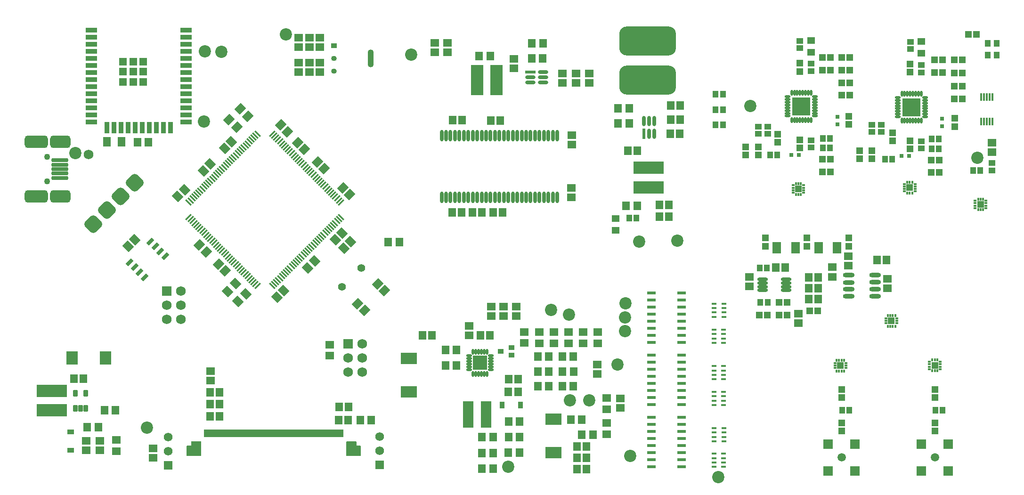
<source format=gts>
G04*
G04 #@! TF.GenerationSoftware,Altium Limited,Altium Designer,19.1.9 (167)*
G04*
G04 Layer_Color=8388736*
%FSLAX42Y42*%
%MOMM*%
G71*
G01*
G75*
G04:AMPARAMS|DCode=29|XSize=1.85mm|YSize=0.61mm|CornerRadius=0.31mm|HoleSize=0mm|Usage=FLASHONLY|Rotation=0.000|XOffset=0mm|YOffset=0mm|HoleType=Round|Shape=RoundedRectangle|*
%AMROUNDEDRECTD29*
21,1,1.85,0.00,0,0,0.0*
21,1,1.24,0.61,0,0,0.0*
1,1,0.61,0.62,0.00*
1,1,0.61,-0.62,0.00*
1,1,0.61,-0.62,0.00*
1,1,0.61,0.62,0.00*
%
%ADD29ROUNDEDRECTD29*%
%ADD30R,1.85X0.61*%
%ADD31R,0.91X1.22*%
%ADD34R,3.00X2.00*%
G04:AMPARAMS|DCode=40|XSize=1.85mm|YSize=0.61mm|CornerRadius=0.31mm|HoleSize=0mm|Usage=FLASHONLY|Rotation=90.000|XOffset=0mm|YOffset=0mm|HoleType=Round|Shape=RoundedRectangle|*
%AMROUNDEDRECTD40*
21,1,1.85,0.00,0,0,90.0*
21,1,1.24,0.61,0,0,90.0*
1,1,0.61,0.00,0.62*
1,1,0.61,0.00,-0.62*
1,1,0.61,0.00,-0.62*
1,1,0.61,0.00,0.62*
%
%ADD40ROUNDEDRECTD40*%
%ADD41R,0.61X1.85*%
%ADD44R,1.22X0.91*%
%ADD47R,1.99X2.33*%
G04:AMPARAMS|DCode=49|XSize=1mm|YSize=3.18mm|CornerRadius=0.44mm|HoleSize=0mm|Usage=FLASHONLY|Rotation=0.000|XOffset=0mm|YOffset=0mm|HoleType=Round|Shape=RoundedRectangle|*
%AMROUNDEDRECTD49*
21,1,1.00,2.31,0,0,0.0*
21,1,0.13,3.18,0,0,0.0*
1,1,0.87,0.07,-1.15*
1,1,0.87,-0.07,-1.15*
1,1,0.87,-0.07,1.15*
1,1,0.87,0.07,1.15*
%
%ADD49ROUNDEDRECTD49*%
G04:AMPARAMS|DCode=50|XSize=1mm|YSize=0.87mm|CornerRadius=0.44mm|HoleSize=0mm|Usage=FLASHONLY|Rotation=0.000|XOffset=0mm|YOffset=0mm|HoleType=Round|Shape=RoundedRectangle|*
%AMROUNDEDRECTD50*
21,1,1.00,0.00,0,0,0.0*
21,1,0.13,0.87,0,0,0.0*
1,1,0.87,0.07,0.00*
1,1,0.87,-0.07,0.00*
1,1,0.87,-0.07,0.00*
1,1,0.87,0.07,0.00*
%
%ADD50ROUNDEDRECTD50*%
%ADD51R,1.00X0.87*%
%ADD52R,0.90X0.45*%
G04:AMPARAMS|DCode=57|XSize=1.4mm|YSize=0.6mm|CornerRadius=0mm|HoleSize=0mm|Usage=FLASHONLY|Rotation=45.000|XOffset=0mm|YOffset=0mm|HoleType=Round|Shape=Rectangle|*
%AMROTATEDRECTD57*
4,1,4,-0.28,-0.71,-0.71,-0.28,0.28,0.71,0.71,0.28,-0.28,-0.71,0.0*
%
%ADD57ROTATEDRECTD57*%

%ADD58R,1.33X1.33*%
%ADD59R,0.90X2.00*%
%ADD60R,2.00X0.90*%
G04:AMPARAMS|DCode=61|XSize=0.35mm|YSize=1.35mm|CornerRadius=0mm|HoleSize=0mm|Usage=FLASHONLY|Rotation=135.000|XOffset=0mm|YOffset=0mm|HoleType=Round|Shape=Rectangle|*
%AMROTATEDRECTD61*
4,1,4,0.60,0.35,-0.35,-0.60,-0.60,-0.35,0.35,0.60,0.60,0.35,0.0*
%
%ADD61ROTATEDRECTD61*%

G04:AMPARAMS|DCode=62|XSize=1.35mm|YSize=0.35mm|CornerRadius=0mm|HoleSize=0mm|Usage=FLASHONLY|Rotation=135.000|XOffset=0mm|YOffset=0mm|HoleType=Round|Shape=Rectangle|*
%AMROTATEDRECTD62*
4,1,4,0.60,-0.35,0.35,-0.60,-0.60,0.35,-0.35,0.60,0.60,-0.35,0.0*
%
%ADD62ROTATEDRECTD62*%

%ADD63R,1.40X1.80*%
%ADD67R,1.78X1.78*%
%ADD68C,1.52*%
%ADD70R,0.65X0.70*%
%ADD76R,0.70X0.65*%
%ADD77R,1.10X1.30*%
%ADD78R,0.30X1.40*%
%ADD81R,1.20X1.20*%
%ADD82R,0.34X0.54*%
%ADD83R,0.54X0.34*%
%ADD84R,1.20X1.20*%
%ADD85O,2.10X0.80*%
G04:AMPARAMS|DCode=86|XSize=10.2mm|YSize=5.2mm|CornerRadius=1.35mm|HoleSize=0mm|Usage=FLASHONLY|Rotation=180.000|XOffset=0mm|YOffset=0mm|HoleType=Round|Shape=RoundedRectangle|*
%AMROUNDEDRECTD86*
21,1,10.20,2.50,0,0,180.0*
21,1,7.50,5.20,0,0,180.0*
1,1,2.70,-3.75,1.25*
1,1,2.70,3.75,1.25*
1,1,2.70,3.75,-1.25*
1,1,2.70,-3.75,-1.25*
%
%ADD86ROUNDEDRECTD86*%
G04:AMPARAMS|DCode=87|XSize=2.7mm|YSize=2.7mm|CornerRadius=0.73mm|HoleSize=0mm|Usage=FLASHONLY|Rotation=135.000|XOffset=0mm|YOffset=0mm|HoleType=Round|Shape=RoundedRectangle|*
%AMROUNDEDRECTD87*
21,1,2.70,1.25,0,0,135.0*
21,1,1.25,2.70,0,0,135.0*
1,1,1.45,0.00,0.88*
1,1,1.45,0.88,0.00*
1,1,1.45,0.00,-0.88*
1,1,1.45,-0.88,0.00*
%
%ADD87ROUNDEDRECTD87*%
%ADD88O,0.65X2.10*%
G04:AMPARAMS|DCode=89|XSize=1.6mm|YSize=1.4mm|CornerRadius=0mm|HoleSize=0mm|Usage=FLASHONLY|Rotation=45.000|XOffset=0mm|YOffset=0mm|HoleType=Round|Shape=Rectangle|*
%AMROTATEDRECTD89*
4,1,4,-0.07,-1.06,-1.06,-0.07,0.07,1.06,1.06,0.07,-0.07,-1.06,0.0*
%
%ADD89ROTATEDRECTD89*%

G04:AMPARAMS|DCode=90|XSize=1.6mm|YSize=1.4mm|CornerRadius=0mm|HoleSize=0mm|Usage=FLASHONLY|Rotation=315.000|XOffset=0mm|YOffset=0mm|HoleType=Round|Shape=Rectangle|*
%AMROTATEDRECTD90*
4,1,4,-1.06,0.07,-0.07,1.06,1.06,-0.07,0.07,-1.06,-1.06,0.07,0.0*
%
%ADD90ROTATEDRECTD90*%

%ADD91R,1.40X1.60*%
%ADD92R,1.60X1.40*%
%ADD93R,2.20X5.50*%
%ADD94R,1.40X1.65*%
%ADD95R,1.95X4.70*%
%ADD96O,1.05X0.48*%
%ADD97O,0.48X1.05*%
%ADD98R,2.65X2.65*%
%ADD99C,2.20*%
%ADD100R,5.50X2.20*%
%ADD101R,1.40X1.30*%
%ADD102R,1.10X1.20*%
%ADD103R,1.65X1.40*%
G04:AMPARAMS|DCode=104|XSize=0.8mm|YSize=1.2mm|CornerRadius=0.15mm|HoleSize=0mm|Usage=FLASHONLY|Rotation=180.000|XOffset=0mm|YOffset=0mm|HoleType=Round|Shape=RoundedRectangle|*
%AMROUNDEDRECTD104*
21,1,0.80,0.90,0,0,180.0*
21,1,0.50,1.20,0,0,180.0*
1,1,0.31,-0.25,0.45*
1,1,0.31,0.25,0.45*
1,1,0.31,0.25,-0.45*
1,1,0.31,-0.25,-0.45*
%
%ADD104ROUNDEDRECTD104*%
%ADD105R,1.10X0.90*%
%ADD106R,1.55X0.60*%
G04:AMPARAMS|DCode=107|XSize=3.7mm|YSize=2.25mm|CornerRadius=0.61mm|HoleSize=0mm|Usage=FLASHONLY|Rotation=180.000|XOffset=0mm|YOffset=0mm|HoleType=Round|Shape=RoundedRectangle|*
%AMROUNDEDRECTD107*
21,1,3.70,1.02,0,0,180.0*
21,1,2.48,2.25,0,0,180.0*
1,1,1.23,-1.24,0.51*
1,1,1.23,1.24,0.51*
1,1,1.23,1.24,-0.51*
1,1,1.23,-1.24,-0.51*
%
%ADD107ROUNDEDRECTD107*%
G04:AMPARAMS|DCode=108|XSize=4.2mm|YSize=2.25mm|CornerRadius=0.61mm|HoleSize=0mm|Usage=FLASHONLY|Rotation=180.000|XOffset=0mm|YOffset=0mm|HoleType=Round|Shape=RoundedRectangle|*
%AMROUNDEDRECTD108*
21,1,4.20,1.02,0,0,180.0*
21,1,2.98,2.25,0,0,180.0*
1,1,1.23,-1.49,0.51*
1,1,1.23,1.49,0.51*
1,1,1.23,1.49,-0.51*
1,1,1.23,-1.49,-0.51*
%
%ADD108ROUNDEDRECTD108*%
G04:AMPARAMS|DCode=109|XSize=3.7mm|YSize=2.25mm|CornerRadius=0.61mm|HoleSize=0mm|Usage=FLASHONLY|Rotation=180.000|XOffset=0mm|YOffset=0mm|HoleType=Round|Shape=RoundedRectangle|*
%AMROUNDEDRECTD109*
21,1,3.70,1.03,0,0,180.0*
21,1,2.48,2.25,0,0,180.0*
1,1,1.23,-1.24,0.51*
1,1,1.23,1.24,0.51*
1,1,1.23,1.24,-0.51*
1,1,1.23,-1.24,-0.51*
%
%ADD109ROUNDEDRECTD109*%
G04:AMPARAMS|DCode=110|XSize=3mm|YSize=0.7mm|CornerRadius=0.23mm|HoleSize=0mm|Usage=FLASHONLY|Rotation=180.000|XOffset=0mm|YOffset=0mm|HoleType=Round|Shape=RoundedRectangle|*
%AMROUNDEDRECTD110*
21,1,3.00,0.25,0,0,180.0*
21,1,2.55,0.70,0,0,180.0*
1,1,0.45,-1.27,0.13*
1,1,0.45,1.27,0.13*
1,1,0.45,1.27,-0.13*
1,1,0.45,-1.27,-0.13*
%
%ADD110ROUNDEDRECTD110*%
G04:AMPARAMS|DCode=111|XSize=1.65mm|YSize=1.4mm|CornerRadius=0mm|HoleSize=0mm|Usage=FLASHONLY|Rotation=225.000|XOffset=0mm|YOffset=0mm|HoleType=Round|Shape=Rectangle|*
%AMROTATEDRECTD111*
4,1,4,0.09,1.08,1.08,0.09,-0.09,-1.08,-1.08,-0.09,0.09,1.08,0.0*
%
%ADD111ROTATEDRECTD111*%

G04:AMPARAMS|DCode=112|XSize=1.65mm|YSize=1.4mm|CornerRadius=0mm|HoleSize=0mm|Usage=FLASHONLY|Rotation=315.000|XOffset=0mm|YOffset=0mm|HoleType=Round|Shape=Rectangle|*
%AMROTATEDRECTD112*
4,1,4,-1.08,0.09,-0.09,1.08,1.08,-0.09,0.09,-1.08,-1.08,0.09,0.0*
%
%ADD112ROTATEDRECTD112*%

%ADD113R,0.50X1.40*%
%ADD114R,1.25X1.15*%
%ADD115R,3.30X3.30*%
%ADD116O,0.45X1.10*%
%ADD117O,1.10X0.45*%
%ADD118R,1.20X1.10*%
%ADD119R,1.15X1.25*%
%ADD120O,1.90X0.65*%
%ADD121R,1.55X2.00*%
%ADD122C,1.73*%
%ADD123C,1.10*%
%ADD124R,1.75X1.75*%
%ADD125C,1.75*%
%ADD126C,1.40*%
%ADD127C,1.57*%
%ADD128R,1.57X1.57*%
G36*
X9079Y6138D02*
X9080Y6137D01*
X9081Y6137D01*
X9083Y6136D01*
X9084Y6136D01*
X9085Y6135D01*
X9086Y6134D01*
X9086Y6133D01*
X9087Y6131D01*
X9087Y6130D01*
X9088Y6129D01*
X9088Y6128D01*
Y5888D01*
X9088Y5886D01*
X9087Y5885D01*
X9087Y5884D01*
X9086Y5882D01*
X9086Y5881D01*
X9085Y5880D01*
X9084Y5879D01*
X9083Y5879D01*
X9081Y5878D01*
X9080Y5878D01*
X9079Y5877D01*
X9078Y5877D01*
X8838D01*
X8836Y5877D01*
X8835Y5878D01*
X8834Y5878D01*
X8832Y5879D01*
X8831Y5879D01*
X8830Y5880D01*
X8829Y5881D01*
X8829Y5882D01*
X8828Y5884D01*
X8828Y5885D01*
X8827Y5886D01*
X8827Y5888D01*
Y6047D01*
X8827Y6049D01*
X8828Y6050D01*
X8828Y6051D01*
X8829Y6053D01*
X8829Y6054D01*
X8830Y6055D01*
X8831Y6056D01*
X8832Y6056D01*
X8834Y6057D01*
X8835Y6057D01*
X8836Y6058D01*
X8838Y6058D01*
X8907D01*
Y6128D01*
X8907Y6129D01*
X8908Y6130D01*
X8908Y6131D01*
X8909Y6133D01*
X8909Y6134D01*
X8910Y6135D01*
X8911Y6136D01*
X8912Y6136D01*
X8914Y6137D01*
X8915Y6137D01*
X8916Y6138D01*
X8918Y6138D01*
X9078D01*
X9079Y6138D01*
D02*
G37*
G36*
X11869Y6138D02*
X11870Y6137D01*
X11871Y6137D01*
X11873Y6136D01*
X11874Y6136D01*
X11875Y6135D01*
X11876Y6134D01*
X11876Y6133D01*
X11877Y6131D01*
X11877Y6130D01*
X11878Y6129D01*
X11878Y6128D01*
Y6058D01*
X11947D01*
X11949Y6058D01*
X11950Y6057D01*
X11951Y6057D01*
X11953Y6056D01*
X11954Y6056D01*
X11955Y6055D01*
X11956Y6054D01*
X11956Y6053D01*
X11957Y6051D01*
X11957Y6050D01*
X11958Y6049D01*
X11958Y6047D01*
Y5888D01*
X11958Y5886D01*
X11957Y5885D01*
X11957Y5884D01*
X11956Y5882D01*
X11956Y5881D01*
X11955Y5880D01*
X11954Y5879D01*
X11953Y5879D01*
X11951Y5878D01*
X11950Y5878D01*
X11949Y5877D01*
X11947Y5877D01*
X11707D01*
X11706Y5877D01*
X11705Y5878D01*
X11704Y5878D01*
X11702Y5879D01*
X11701Y5879D01*
X11700Y5880D01*
X11699Y5881D01*
X11699Y5882D01*
X11698Y5884D01*
X11698Y5885D01*
X11697Y5886D01*
X11697Y5888D01*
Y6128D01*
X11697Y6129D01*
X11698Y6130D01*
X11698Y6131D01*
X11699Y6133D01*
X11699Y6134D01*
X11700Y6135D01*
X11701Y6136D01*
X11702Y6136D01*
X11704Y6137D01*
X11705Y6137D01*
X11706Y6138D01*
X11707Y6138D01*
X11868D01*
X11869Y6138D01*
D02*
G37*
D29*
X15233Y12778D02*
D03*
Y12682D02*
D03*
Y12588D02*
D03*
X15002D02*
D03*
Y12682D02*
D03*
D30*
Y12778D02*
D03*
D31*
X14501Y6793D02*
D03*
X14829D02*
D03*
D34*
X15423Y6532D02*
D03*
Y5933D02*
D03*
X12818Y7025D02*
D03*
Y7625D02*
D03*
D40*
X17045Y11895D02*
D03*
X17140D02*
D03*
X17235D02*
D03*
Y11665D02*
D03*
X17140D02*
D03*
D41*
X17045D02*
D03*
D44*
X6740Y6304D02*
D03*
Y5976D02*
D03*
D47*
X6769Y7638D02*
D03*
X7371D02*
D03*
D49*
X12134Y13025D02*
D03*
D50*
X11475Y12796D02*
D03*
Y13025D02*
D03*
D51*
Y13254D02*
D03*
D52*
X18477Y8147D02*
D03*
Y8067D02*
D03*
Y7987D02*
D03*
Y7907D02*
D03*
X18307D02*
D03*
Y7987D02*
D03*
Y8067D02*
D03*
Y8147D02*
D03*
X18482Y8614D02*
D03*
Y8535D02*
D03*
Y8454D02*
D03*
Y8375D02*
D03*
X18312D02*
D03*
Y8454D02*
D03*
Y8535D02*
D03*
Y8614D02*
D03*
X18475Y7027D02*
D03*
Y6947D02*
D03*
Y6867D02*
D03*
Y6787D02*
D03*
X18305D02*
D03*
Y6867D02*
D03*
Y6947D02*
D03*
Y7027D02*
D03*
X18475Y7492D02*
D03*
Y7412D02*
D03*
Y7332D02*
D03*
Y7252D02*
D03*
X18305D02*
D03*
Y7332D02*
D03*
Y7412D02*
D03*
Y7492D02*
D03*
X18480Y5917D02*
D03*
Y5837D02*
D03*
Y5757D02*
D03*
Y5677D02*
D03*
X18310D02*
D03*
Y5757D02*
D03*
Y5837D02*
D03*
Y5917D02*
D03*
X18482Y6377D02*
D03*
Y6297D02*
D03*
Y6217D02*
D03*
Y6137D02*
D03*
X18312D02*
D03*
Y6217D02*
D03*
Y6297D02*
D03*
Y6377D02*
D03*
D57*
X8175Y9732D02*
D03*
X8265Y9642D02*
D03*
X8355Y9552D02*
D03*
X8445Y9463D02*
D03*
X8070Y9088D02*
D03*
X7980Y9178D02*
D03*
X7890Y9268D02*
D03*
X7800Y9357D02*
D03*
D58*
X8050Y12597D02*
D03*
X7867D02*
D03*
X7683D02*
D03*
X8050Y12781D02*
D03*
X7867D02*
D03*
X7683D02*
D03*
X8050Y12965D02*
D03*
X7867D02*
D03*
X7683D02*
D03*
D59*
X8538Y11780D02*
D03*
X8411D02*
D03*
X8284D02*
D03*
X8157D02*
D03*
X8030D02*
D03*
X7903D02*
D03*
X7776D02*
D03*
X7649D02*
D03*
X7522D02*
D03*
X7395D02*
D03*
D60*
X8817Y13531D02*
D03*
Y13404D02*
D03*
Y13277D02*
D03*
Y13150D02*
D03*
Y13023D02*
D03*
Y12896D02*
D03*
Y12769D02*
D03*
Y12642D02*
D03*
Y12515D02*
D03*
Y12388D02*
D03*
Y12261D02*
D03*
Y12134D02*
D03*
Y12007D02*
D03*
Y11880D02*
D03*
X7117D02*
D03*
Y12007D02*
D03*
Y12134D02*
D03*
Y12261D02*
D03*
Y12388D02*
D03*
Y12515D02*
D03*
Y12642D02*
D03*
Y12769D02*
D03*
Y12896D02*
D03*
Y13023D02*
D03*
Y13150D02*
D03*
Y13277D02*
D03*
Y13404D02*
D03*
Y13531D02*
D03*
D61*
X10100Y8930D02*
D03*
X10065Y8965D02*
D03*
X10029Y9001D02*
D03*
X9994Y9036D02*
D03*
X9958Y9071D02*
D03*
X9923Y9107D02*
D03*
X9888Y9142D02*
D03*
X9852Y9177D02*
D03*
X9817Y9213D02*
D03*
X9782Y9248D02*
D03*
X9746Y9284D02*
D03*
X9711Y9319D02*
D03*
X9676Y9354D02*
D03*
X9640Y9390D02*
D03*
X9605Y9425D02*
D03*
X9570Y9460D02*
D03*
X9534Y9496D02*
D03*
X9499Y9531D02*
D03*
X9464Y9566D02*
D03*
X9428Y9602D02*
D03*
X9393Y9637D02*
D03*
X9357Y9672D02*
D03*
X9322Y9708D02*
D03*
X9287Y9743D02*
D03*
X9251Y9779D02*
D03*
X9216Y9814D02*
D03*
X9181Y9849D02*
D03*
X9145Y9885D02*
D03*
X9110Y9920D02*
D03*
X9075Y9955D02*
D03*
X9039Y9991D02*
D03*
X9004Y10026D02*
D03*
X8969Y10061D02*
D03*
X8933Y10097D02*
D03*
X8898Y10132D02*
D03*
X8862Y10167D02*
D03*
X10365Y11670D02*
D03*
X10400Y11635D02*
D03*
X10436Y11599D02*
D03*
X10471Y11564D02*
D03*
X10507Y11529D02*
D03*
X10542Y11493D02*
D03*
X10577Y11458D02*
D03*
X10613Y11423D02*
D03*
X10648Y11387D02*
D03*
X10683Y11352D02*
D03*
X10719Y11316D02*
D03*
X10754Y11281D02*
D03*
X10789Y11246D02*
D03*
X10825Y11210D02*
D03*
X10860Y11175D02*
D03*
X10895Y11140D02*
D03*
X10931Y11104D02*
D03*
X10966Y11069D02*
D03*
X11001Y11034D02*
D03*
X11037Y10998D02*
D03*
X11072Y10963D02*
D03*
X11108Y10928D02*
D03*
X11143Y10892D02*
D03*
X11178Y10857D02*
D03*
X11214Y10821D02*
D03*
X11249Y10786D02*
D03*
X11284Y10751D02*
D03*
X11320Y10715D02*
D03*
X11355Y10680D02*
D03*
X11390Y10645D02*
D03*
X11426Y10609D02*
D03*
X11461Y10574D02*
D03*
X11496Y10539D02*
D03*
X11532Y10503D02*
D03*
X11567Y10468D02*
D03*
X11603Y10433D02*
D03*
D62*
X8862D02*
D03*
X8898Y10468D02*
D03*
X8933Y10503D02*
D03*
X8969Y10539D02*
D03*
X9004Y10574D02*
D03*
X9039Y10609D02*
D03*
X9075Y10645D02*
D03*
X9110Y10680D02*
D03*
X9145Y10715D02*
D03*
X9181Y10751D02*
D03*
X9216Y10786D02*
D03*
X9251Y10821D02*
D03*
X9287Y10857D02*
D03*
X9322Y10892D02*
D03*
X9357Y10928D02*
D03*
X9393Y10963D02*
D03*
X9428Y10998D02*
D03*
X9464Y11034D02*
D03*
X9499Y11069D02*
D03*
X9534Y11104D02*
D03*
X9570Y11140D02*
D03*
X9605Y11175D02*
D03*
X9640Y11210D02*
D03*
X9676Y11246D02*
D03*
X9711Y11281D02*
D03*
X9746Y11316D02*
D03*
X9782Y11352D02*
D03*
X9817Y11387D02*
D03*
X9852Y11423D02*
D03*
X9888Y11458D02*
D03*
X9923Y11493D02*
D03*
X9958Y11529D02*
D03*
X9994Y11564D02*
D03*
X10029Y11599D02*
D03*
X10065Y11635D02*
D03*
X10100Y11670D02*
D03*
X11603Y10167D02*
D03*
X11567Y10132D02*
D03*
X11532Y10097D02*
D03*
X11496Y10061D02*
D03*
X11461Y10026D02*
D03*
X11426Y9991D02*
D03*
X11390Y9955D02*
D03*
X11355Y9920D02*
D03*
X11320Y9885D02*
D03*
X11284Y9849D02*
D03*
X11249Y9814D02*
D03*
X11214Y9779D02*
D03*
X11178Y9743D02*
D03*
X11143Y9708D02*
D03*
X11108Y9672D02*
D03*
X11072Y9637D02*
D03*
X11037Y9602D02*
D03*
X11001Y9566D02*
D03*
X10966Y9531D02*
D03*
X10931Y9496D02*
D03*
X10895Y9460D02*
D03*
X10860Y9425D02*
D03*
X10825Y9390D02*
D03*
X10789Y9354D02*
D03*
X10754Y9319D02*
D03*
X10719Y9284D02*
D03*
X10683Y9248D02*
D03*
X10648Y9213D02*
D03*
X10613Y9177D02*
D03*
X10577Y9142D02*
D03*
X10542Y9107D02*
D03*
X10507Y9071D02*
D03*
X10471Y9036D02*
D03*
X10436Y9001D02*
D03*
X10400Y8965D02*
D03*
X10365Y8930D02*
D03*
D63*
X7653Y11525D02*
D03*
X7393D02*
D03*
D67*
X22516Y5609D02*
D03*
X22034D02*
D03*
X22516Y6091D02*
D03*
X22034D02*
D03*
X20841Y5609D02*
D03*
X20359D02*
D03*
X20841Y6091D02*
D03*
X20359D02*
D03*
D68*
X22275Y5850D02*
D03*
X20600D02*
D03*
D70*
X21812Y11270D02*
D03*
X21677D02*
D03*
X19698Y11288D02*
D03*
X19832D02*
D03*
D76*
X22407Y11803D02*
D03*
Y11938D02*
D03*
X20527Y11835D02*
D03*
Y11970D02*
D03*
D77*
X23225Y13085D02*
D03*
Y13295D02*
D03*
X23390D02*
D03*
Y13085D02*
D03*
D78*
X23310Y11890D02*
D03*
X23260D02*
D03*
X23210D02*
D03*
X23160D02*
D03*
X23110D02*
D03*
Y12330D02*
D03*
X23160D02*
D03*
X23210D02*
D03*
X23260D02*
D03*
X23310D02*
D03*
D81*
X21825Y10700D02*
D03*
X22275Y7500D02*
D03*
X23100Y10400D02*
D03*
X19825Y10675D02*
D03*
D82*
X21870Y10793D02*
D03*
X21780D02*
D03*
X21825D02*
D03*
X21870Y10600D02*
D03*
X21780D02*
D03*
X21825D02*
D03*
X22230Y7407D02*
D03*
X22320D02*
D03*
X22275D02*
D03*
X22230Y7600D02*
D03*
X22320D02*
D03*
X22275D02*
D03*
X20555Y7595D02*
D03*
X20510D02*
D03*
X20600D02*
D03*
X20645D02*
D03*
Y7403D02*
D03*
X20600D02*
D03*
X20510D02*
D03*
X20555D02*
D03*
X23145Y10493D02*
D03*
X23055D02*
D03*
X23100D02*
D03*
X23145Y10300D02*
D03*
X23055D02*
D03*
X23100D02*
D03*
X21475Y8400D02*
D03*
X21430D02*
D03*
X21520D02*
D03*
X21565D02*
D03*
Y8207D02*
D03*
X21520D02*
D03*
X21430D02*
D03*
X21475D02*
D03*
X19870Y10768D02*
D03*
X19780D02*
D03*
X19825D02*
D03*
X19870Y10575D02*
D03*
X19780D02*
D03*
X19825D02*
D03*
D83*
X21920Y10720D02*
D03*
Y10765D02*
D03*
Y10675D02*
D03*
Y10630D02*
D03*
X21727D02*
D03*
Y10675D02*
D03*
Y10765D02*
D03*
Y10720D02*
D03*
X22180Y7480D02*
D03*
Y7435D02*
D03*
Y7525D02*
D03*
Y7570D02*
D03*
X22373D02*
D03*
Y7525D02*
D03*
Y7435D02*
D03*
Y7480D02*
D03*
X20482Y7545D02*
D03*
Y7455D02*
D03*
Y7500D02*
D03*
X20675Y7545D02*
D03*
Y7455D02*
D03*
Y7500D02*
D03*
X23195Y10420D02*
D03*
Y10465D02*
D03*
Y10375D02*
D03*
Y10330D02*
D03*
X23002D02*
D03*
Y10375D02*
D03*
Y10465D02*
D03*
Y10420D02*
D03*
X21402Y8350D02*
D03*
Y8260D02*
D03*
Y8305D02*
D03*
X21595Y8350D02*
D03*
Y8260D02*
D03*
Y8305D02*
D03*
X19920Y10695D02*
D03*
Y10740D02*
D03*
Y10650D02*
D03*
Y10605D02*
D03*
X19727D02*
D03*
Y10650D02*
D03*
Y10740D02*
D03*
Y10695D02*
D03*
D84*
X20575Y7500D02*
D03*
X21495Y8305D02*
D03*
X8968Y5978D02*
D03*
X11818Y5980D02*
D03*
D85*
X20730Y9125D02*
D03*
Y8995D02*
D03*
X20728Y8871D02*
D03*
X20730Y8745D02*
D03*
X21200Y9125D02*
D03*
X21202Y9000D02*
D03*
X21200Y8875D02*
D03*
Y8745D02*
D03*
D86*
X17118Y13335D02*
D03*
Y12635D02*
D03*
D87*
X7148Y10045D02*
D03*
X7395Y10293D02*
D03*
X7643Y10540D02*
D03*
X7890Y10787D02*
D03*
D88*
X15490Y11635D02*
D03*
X15410D02*
D03*
X15330D02*
D03*
X15250D02*
D03*
X15170D02*
D03*
X15090D02*
D03*
X15010Y11635D02*
D03*
X14930D02*
D03*
X14850Y11635D02*
D03*
X14770D02*
D03*
X14690D02*
D03*
X14610D02*
D03*
X14530Y11635D02*
D03*
X14450D02*
D03*
X14370Y11635D02*
D03*
X14290D02*
D03*
X14210D02*
D03*
X14130D02*
D03*
X14050D02*
D03*
X13970Y11635D02*
D03*
X13890Y11635D02*
D03*
X13810D02*
D03*
X13730D02*
D03*
X13650D02*
D03*
X13570D02*
D03*
X13490D02*
D03*
X13410D02*
D03*
X15490Y10525D02*
D03*
X15410D02*
D03*
X15330D02*
D03*
X15250D02*
D03*
X15170Y10525D02*
D03*
X15090Y10525D02*
D03*
X15010D02*
D03*
X14930D02*
D03*
X14850D02*
D03*
X14770Y10525D02*
D03*
X14690D02*
D03*
X14610D02*
D03*
X14530Y10525D02*
D03*
X14450D02*
D03*
X14370D02*
D03*
X14290Y10525D02*
D03*
X14210D02*
D03*
X14130Y10525D02*
D03*
X14050D02*
D03*
X13970D02*
D03*
X13890D02*
D03*
X13810D02*
D03*
X13730D02*
D03*
X13650D02*
D03*
X13570D02*
D03*
X13490D02*
D03*
X13410D02*
D03*
D89*
X9178Y9545D02*
D03*
X9057Y9665D02*
D03*
X9520Y9200D02*
D03*
X9400Y9320D02*
D03*
X12023Y8492D02*
D03*
X11902Y8613D02*
D03*
X12382Y8847D02*
D03*
X12262Y8968D02*
D03*
X10517Y11825D02*
D03*
X10638Y11705D02*
D03*
X11635Y10693D02*
D03*
X11755Y10572D02*
D03*
X11177Y11158D02*
D03*
X11298Y11037D02*
D03*
X10825Y11508D02*
D03*
X10945Y11387D02*
D03*
D90*
X10447Y8725D02*
D03*
X10568Y8845D02*
D03*
X11773Y9730D02*
D03*
X11652Y9610D02*
D03*
X11502Y9760D02*
D03*
X11623Y9880D02*
D03*
X11125Y9378D02*
D03*
X11005Y9257D02*
D03*
X9510Y11403D02*
D03*
X9630Y11523D02*
D03*
X9127Y11002D02*
D03*
X9248Y11123D02*
D03*
X8667Y10537D02*
D03*
X8788Y10658D02*
D03*
X7895Y9760D02*
D03*
X7775Y9640D02*
D03*
D91*
X13782Y11910D02*
D03*
X13612D02*
D03*
X14293Y11905D02*
D03*
X14462D02*
D03*
X13600Y10257D02*
D03*
X13770D02*
D03*
X13965D02*
D03*
X14135D02*
D03*
X14505D02*
D03*
X14335D02*
D03*
X14612Y7030D02*
D03*
X14782D02*
D03*
X14275Y8043D02*
D03*
X14105D02*
D03*
X16925Y11362D02*
D03*
X16755D02*
D03*
X17325Y10390D02*
D03*
X17495D02*
D03*
X17325Y10180D02*
D03*
X17495D02*
D03*
X14788Y7257D02*
D03*
X14618D02*
D03*
X17523Y11668D02*
D03*
X17693D02*
D03*
X17527Y11918D02*
D03*
X17698D02*
D03*
X17527Y12178D02*
D03*
X17698D02*
D03*
X13065Y8040D02*
D03*
X13235D02*
D03*
X6803Y7268D02*
D03*
X6972D02*
D03*
X16012Y5838D02*
D03*
X15843D02*
D03*
X16015Y6041D02*
D03*
X15845D02*
D03*
X16012Y5635D02*
D03*
X15843D02*
D03*
X9418Y6585D02*
D03*
X9247D02*
D03*
X9420Y6803D02*
D03*
X9250D02*
D03*
X9420Y7018D02*
D03*
X9250D02*
D03*
X11732Y6520D02*
D03*
X11562D02*
D03*
X11738Y6753D02*
D03*
X11568D02*
D03*
X20012Y9088D02*
D03*
X20182D02*
D03*
X21410Y9400D02*
D03*
X21240D02*
D03*
X20010Y8693D02*
D03*
X20180D02*
D03*
X20010Y8893D02*
D03*
X20180D02*
D03*
X19420Y9260D02*
D03*
X19590D02*
D03*
D92*
X15750Y11473D02*
D03*
Y11643D02*
D03*
X15743Y10522D02*
D03*
Y10693D02*
D03*
X14707Y12840D02*
D03*
Y13010D02*
D03*
X13290Y13130D02*
D03*
Y13300D02*
D03*
X13520Y13130D02*
D03*
Y13300D02*
D03*
X15582Y12582D02*
D03*
Y12753D02*
D03*
X15830Y12582D02*
D03*
Y12753D02*
D03*
X16065Y12580D02*
D03*
Y12750D02*
D03*
X13907Y8045D02*
D03*
Y8215D02*
D03*
X16627Y6738D02*
D03*
Y6907D02*
D03*
X7270Y5975D02*
D03*
Y6145D02*
D03*
X7020Y5975D02*
D03*
Y6145D02*
D03*
X16205Y7518D02*
D03*
Y7347D02*
D03*
X11225Y13395D02*
D03*
Y13225D02*
D03*
X11032Y13395D02*
D03*
Y13225D02*
D03*
X10840Y13395D02*
D03*
Y13225D02*
D03*
X11225Y12775D02*
D03*
Y12945D02*
D03*
X10838Y12775D02*
D03*
Y12945D02*
D03*
X11032Y12775D02*
D03*
Y12945D02*
D03*
X14750Y8390D02*
D03*
Y8560D02*
D03*
X14300Y8390D02*
D03*
Y8560D02*
D03*
X14525Y8390D02*
D03*
Y8560D02*
D03*
X9260Y7403D02*
D03*
Y7232D02*
D03*
X8225Y5845D02*
D03*
Y6015D02*
D03*
X19823Y8430D02*
D03*
Y8260D02*
D03*
X20430Y9268D02*
D03*
Y9097D02*
D03*
X23305Y11507D02*
D03*
Y11338D02*
D03*
X21425Y9060D02*
D03*
Y8890D02*
D03*
X20725Y9462D02*
D03*
Y9293D02*
D03*
X18945Y8922D02*
D03*
Y9093D02*
D03*
D93*
X14395Y12635D02*
D03*
X14045D02*
D03*
D94*
X14085Y13065D02*
D03*
X14285D02*
D03*
X15230Y13025D02*
D03*
X15030D02*
D03*
X15232Y13290D02*
D03*
X15032D02*
D03*
X14812Y5933D02*
D03*
X14612D02*
D03*
X14615Y6212D02*
D03*
X14815D02*
D03*
Y6490D02*
D03*
X14615D02*
D03*
X13480Y7505D02*
D03*
X13680D02*
D03*
X14335Y5647D02*
D03*
X14135D02*
D03*
Y5928D02*
D03*
X14335D02*
D03*
X14338Y6212D02*
D03*
X14138D02*
D03*
X16925Y10370D02*
D03*
X16725D02*
D03*
X16780Y11850D02*
D03*
X16580D02*
D03*
X16780Y12120D02*
D03*
X16580D02*
D03*
X13480Y7778D02*
D03*
X13680D02*
D03*
X15930Y6528D02*
D03*
X15730D02*
D03*
X16130Y6260D02*
D03*
X15930D02*
D03*
X7550Y6700D02*
D03*
X7350D02*
D03*
X7240Y6390D02*
D03*
X7040D02*
D03*
X15138Y7128D02*
D03*
X15338D02*
D03*
Y7393D02*
D03*
X15138D02*
D03*
X15140Y7660D02*
D03*
X15340D02*
D03*
X15580Y7660D02*
D03*
X15780D02*
D03*
X15782Y7390D02*
D03*
X15582D02*
D03*
X15580Y7128D02*
D03*
X15780D02*
D03*
X7943Y11518D02*
D03*
X8143D02*
D03*
X12650Y9722D02*
D03*
X12450D02*
D03*
X12147Y6522D02*
D03*
X11947D02*
D03*
D95*
X13888Y6625D02*
D03*
X14212D02*
D03*
D96*
X13902Y7675D02*
D03*
Y7625D02*
D03*
Y7575D02*
D03*
Y7525D02*
D03*
Y7475D02*
D03*
Y7425D02*
D03*
X14298D02*
D03*
Y7475D02*
D03*
Y7525D02*
D03*
Y7575D02*
D03*
Y7625D02*
D03*
Y7675D02*
D03*
D97*
X13975Y7353D02*
D03*
X14025D02*
D03*
X14075D02*
D03*
X14125D02*
D03*
X14175D02*
D03*
X14225D02*
D03*
Y7747D02*
D03*
X14175D02*
D03*
X14125D02*
D03*
X14075D02*
D03*
X14025D02*
D03*
X13975D02*
D03*
D98*
X14100Y7550D02*
D03*
D99*
X14610Y5680D02*
D03*
X12860Y13090D02*
D03*
X16962Y9732D02*
D03*
X15702Y8415D02*
D03*
X10615Y13450D02*
D03*
X15718Y6875D02*
D03*
X15375Y8500D02*
D03*
X16570Y7520D02*
D03*
X16065Y6875D02*
D03*
X8112Y6380D02*
D03*
X16800Y5875D02*
D03*
X17650Y9745D02*
D03*
X6830Y11320D02*
D03*
X16710Y8369D02*
D03*
X16715Y8622D02*
D03*
X16710Y8119D02*
D03*
X18382Y5495D02*
D03*
X9140Y11890D02*
D03*
X9455Y13138D02*
D03*
X9155Y13148D02*
D03*
X18962Y12170D02*
D03*
X23045Y11232D02*
D03*
D100*
X17130Y11055D02*
D03*
Y10705D02*
D03*
X6400Y7045D02*
D03*
Y6695D02*
D03*
D101*
X16540Y10145D02*
D03*
Y9935D02*
D03*
X22032Y13115D02*
D03*
Y13325D02*
D03*
X20052Y13130D02*
D03*
Y13340D02*
D03*
D102*
X16915Y10150D02*
D03*
X16785D02*
D03*
X22415Y6700D02*
D03*
X22285D02*
D03*
X18335Y12375D02*
D03*
X18465D02*
D03*
X22217Y11570D02*
D03*
X22347D02*
D03*
X18335Y11825D02*
D03*
X18465D02*
D03*
X18335Y12100D02*
D03*
X18465D02*
D03*
X22347Y11395D02*
D03*
X22217D02*
D03*
X20740Y6700D02*
D03*
X20610D02*
D03*
X21510Y11213D02*
D03*
X21380D02*
D03*
X22965Y11007D02*
D03*
X23095D02*
D03*
X20262Y11585D02*
D03*
X20392D02*
D03*
X20392Y11410D02*
D03*
X20262D02*
D03*
X19260Y9257D02*
D03*
X19130D02*
D03*
X19270Y8632D02*
D03*
X19140D02*
D03*
X19442Y11283D02*
D03*
X19312D02*
D03*
D103*
X16375Y6267D02*
D03*
Y6468D02*
D03*
X7560Y5960D02*
D03*
Y6160D02*
D03*
X16375Y6718D02*
D03*
Y6918D02*
D03*
X15427Y7903D02*
D03*
Y8103D02*
D03*
X15168D02*
D03*
Y7903D02*
D03*
X14898Y7905D02*
D03*
Y8105D02*
D03*
X16215Y8100D02*
D03*
Y7900D02*
D03*
X15950Y7903D02*
D03*
Y8103D02*
D03*
X15688D02*
D03*
Y7903D02*
D03*
X11400Y7678D02*
D03*
Y7878D02*
D03*
D104*
X6825Y7003D02*
D03*
X7015D02*
D03*
Y6728D02*
D03*
X6920D02*
D03*
X6825D02*
D03*
D105*
X14665Y7690D02*
D03*
Y7820D02*
D03*
X14475Y7755D02*
D03*
D106*
X17180Y7917D02*
D03*
Y8044D02*
D03*
Y8171D02*
D03*
Y8298D02*
D03*
Y8425D02*
D03*
Y8552D02*
D03*
Y8679D02*
D03*
Y8806D02*
D03*
X17720D02*
D03*
Y8679D02*
D03*
Y8552D02*
D03*
Y8425D02*
D03*
Y8298D02*
D03*
Y8171D02*
D03*
Y8044D02*
D03*
Y7917D02*
D03*
X17180Y6800D02*
D03*
Y6927D02*
D03*
Y7054D02*
D03*
Y7181D02*
D03*
Y7308D02*
D03*
Y7435D02*
D03*
Y7562D02*
D03*
Y7689D02*
D03*
X17720D02*
D03*
Y7562D02*
D03*
Y7435D02*
D03*
Y7308D02*
D03*
Y7181D02*
D03*
Y7054D02*
D03*
Y6927D02*
D03*
Y6800D02*
D03*
X17180Y5681D02*
D03*
Y5808D02*
D03*
Y5935D02*
D03*
Y6062D02*
D03*
Y6188D02*
D03*
Y6315D02*
D03*
Y6443D02*
D03*
Y6569D02*
D03*
X17720D02*
D03*
Y6443D02*
D03*
Y6315D02*
D03*
Y6188D02*
D03*
Y6062D02*
D03*
Y5935D02*
D03*
Y5808D02*
D03*
Y5681D02*
D03*
D107*
X6553Y11525D02*
D03*
D108*
X6127D02*
D03*
Y10540D02*
D03*
D109*
X6553D02*
D03*
D110*
X6550Y11112D02*
D03*
Y11193D02*
D03*
Y10953D02*
D03*
Y10873D02*
D03*
Y11032D02*
D03*
D111*
X9589Y11923D02*
D03*
X9731Y11782D02*
D03*
X9787Y12118D02*
D03*
X9928Y11977D02*
D03*
D112*
X9749Y8649D02*
D03*
X9891Y8791D02*
D03*
X9562Y8834D02*
D03*
X9703Y8976D02*
D03*
D113*
X11468Y6278D02*
D03*
X11518D02*
D03*
X11618D02*
D03*
X11568D02*
D03*
X10918D02*
D03*
X10868D02*
D03*
X10718D02*
D03*
X10668D02*
D03*
X9168D02*
D03*
X9218D02*
D03*
X9268D02*
D03*
X9318D02*
D03*
X9368D02*
D03*
X9418D02*
D03*
X9468D02*
D03*
X9518D02*
D03*
X9568D02*
D03*
X9618D02*
D03*
X9668D02*
D03*
X9718D02*
D03*
X9768D02*
D03*
X9818D02*
D03*
X9868D02*
D03*
X9918D02*
D03*
X9968D02*
D03*
X10018D02*
D03*
X10068D02*
D03*
X10118D02*
D03*
X10168D02*
D03*
X10218D02*
D03*
X10268D02*
D03*
X10318D02*
D03*
X10368D02*
D03*
X10418D02*
D03*
X10468D02*
D03*
X10518D02*
D03*
X10568D02*
D03*
X10618D02*
D03*
X10768D02*
D03*
X10818D02*
D03*
X10968D02*
D03*
X11018D02*
D03*
X11118D02*
D03*
X11068D02*
D03*
X11368D02*
D03*
X11418D02*
D03*
X11318D02*
D03*
X11268D02*
D03*
X11168D02*
D03*
X11218D02*
D03*
D114*
X22275Y7072D02*
D03*
Y6928D02*
D03*
Y6472D02*
D03*
Y6328D02*
D03*
X21832Y11543D02*
D03*
Y11398D02*
D03*
X21832Y12918D02*
D03*
Y12773D02*
D03*
X20600Y7072D02*
D03*
Y6928D02*
D03*
Y6472D02*
D03*
Y6328D02*
D03*
X21520Y11688D02*
D03*
Y11543D02*
D03*
X20920Y11360D02*
D03*
Y11215D02*
D03*
X21145Y11360D02*
D03*
Y11215D02*
D03*
X22632Y11943D02*
D03*
Y11798D02*
D03*
X19852Y11558D02*
D03*
Y11413D02*
D03*
Y12933D02*
D03*
Y12788D02*
D03*
X20727Y9793D02*
D03*
Y9647D02*
D03*
X19452Y11658D02*
D03*
Y11513D02*
D03*
X19227Y9793D02*
D03*
Y9647D02*
D03*
X19977Y9793D02*
D03*
Y9647D02*
D03*
X18877Y11430D02*
D03*
Y11285D02*
D03*
X19102Y11428D02*
D03*
Y11283D02*
D03*
X20727Y11983D02*
D03*
Y11838D02*
D03*
D115*
X21857Y12145D02*
D03*
X19877Y12160D02*
D03*
D116*
X21682Y12390D02*
D03*
X21732D02*
D03*
X21782D02*
D03*
X21832D02*
D03*
X21882D02*
D03*
X21932D02*
D03*
X21982D02*
D03*
X22032D02*
D03*
Y11900D02*
D03*
X21982D02*
D03*
X21932D02*
D03*
X21882D02*
D03*
X21832D02*
D03*
X21782D02*
D03*
X21732D02*
D03*
X21682D02*
D03*
X19702Y12405D02*
D03*
X19752D02*
D03*
X19802D02*
D03*
X19852D02*
D03*
X19902D02*
D03*
X19952D02*
D03*
X20002D02*
D03*
X20052D02*
D03*
Y11915D02*
D03*
X20002D02*
D03*
X19952D02*
D03*
X19902D02*
D03*
X19852D02*
D03*
X19802D02*
D03*
X19752D02*
D03*
X19702D02*
D03*
D117*
X22102Y12320D02*
D03*
Y12270D02*
D03*
Y12220D02*
D03*
Y12170D02*
D03*
Y12120D02*
D03*
Y12070D02*
D03*
Y12020D02*
D03*
Y11970D02*
D03*
X21612D02*
D03*
Y12020D02*
D03*
Y12070D02*
D03*
Y12120D02*
D03*
Y12170D02*
D03*
Y12220D02*
D03*
Y12270D02*
D03*
Y12320D02*
D03*
X20122Y12335D02*
D03*
Y12285D02*
D03*
Y12235D02*
D03*
Y12185D02*
D03*
Y12135D02*
D03*
Y12085D02*
D03*
Y12035D02*
D03*
Y11985D02*
D03*
X19632D02*
D03*
Y12035D02*
D03*
Y12085D02*
D03*
Y12135D02*
D03*
Y12185D02*
D03*
Y12235D02*
D03*
Y12285D02*
D03*
Y12335D02*
D03*
D118*
X22032Y11535D02*
D03*
Y11405D02*
D03*
X21835Y13188D02*
D03*
Y13318D02*
D03*
X22032Y12770D02*
D03*
Y12900D02*
D03*
X21315Y11698D02*
D03*
Y11828D02*
D03*
X21145Y11828D02*
D03*
Y11698D02*
D03*
X23305Y11007D02*
D03*
Y11138D02*
D03*
X20052Y11550D02*
D03*
Y11420D02*
D03*
X19852Y13205D02*
D03*
Y13335D02*
D03*
X20052Y12795D02*
D03*
Y12925D02*
D03*
X19277Y11668D02*
D03*
Y11798D02*
D03*
X19102Y11798D02*
D03*
Y11668D02*
D03*
D119*
X22770Y12520D02*
D03*
X22625D02*
D03*
X22355Y10970D02*
D03*
X22210D02*
D03*
X22355Y11195D02*
D03*
X22210D02*
D03*
X22770Y12295D02*
D03*
X22625D02*
D03*
X22415Y12770D02*
D03*
X22270D02*
D03*
X22417Y12995D02*
D03*
X22272D02*
D03*
X22772Y12998D02*
D03*
X22627D02*
D03*
X22772Y12755D02*
D03*
X22627D02*
D03*
X23025Y13455D02*
D03*
X22880D02*
D03*
X20170Y8480D02*
D03*
X20025D02*
D03*
X20747Y12360D02*
D03*
X20602D02*
D03*
X20400Y11210D02*
D03*
X20255D02*
D03*
X20400Y10985D02*
D03*
X20255D02*
D03*
X20750Y12585D02*
D03*
X20605D02*
D03*
X20400Y12810D02*
D03*
X20255D02*
D03*
X20400Y13035D02*
D03*
X20255D02*
D03*
X20750Y12810D02*
D03*
X20605D02*
D03*
X20750Y13035D02*
D03*
X20605D02*
D03*
X19268Y8407D02*
D03*
X19123D02*
D03*
X19473D02*
D03*
X19618D02*
D03*
X19473Y8632D02*
D03*
X19618D02*
D03*
D120*
X19600Y8853D02*
D03*
Y8918D02*
D03*
Y8982D02*
D03*
Y9047D02*
D03*
X19180Y8853D02*
D03*
Y8918D02*
D03*
Y8982D02*
D03*
Y9047D02*
D03*
D121*
X19435Y9620D02*
D03*
X19770D02*
D03*
X20185D02*
D03*
X20520D02*
D03*
D122*
X7060Y11297D02*
D03*
D123*
X6317Y11253D02*
D03*
Y10813D02*
D03*
D124*
X11728Y7892D02*
D03*
X8468Y8842D02*
D03*
D125*
X11982Y7892D02*
D03*
X11728Y7638D02*
D03*
Y7383D02*
D03*
X11982Y7638D02*
D03*
Y7383D02*
D03*
X8722Y8842D02*
D03*
X8468Y8588D02*
D03*
Y8333D02*
D03*
X8722Y8588D02*
D03*
Y8333D02*
D03*
D126*
X11622Y8912D02*
D03*
X11968Y9258D02*
D03*
D127*
X12295Y6222D02*
D03*
Y5967D02*
D03*
X8497Y6215D02*
D03*
Y5962D02*
D03*
D128*
X12295Y5713D02*
D03*
X8497Y5708D02*
D03*
M02*

</source>
